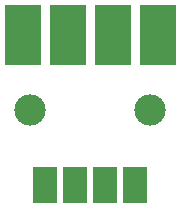
<source format=gts>
G04 (created by PCBNEW (2013-07-07 BZR 4022)-stable) date 11/9/2013 6:23:53 PM*
%MOIN*%
G04 Gerber Fmt 3.4, Leading zero omitted, Abs format*
%FSLAX34Y34*%
G01*
G70*
G90*
G04 APERTURE LIST*
%ADD10C,0.006*%
%ADD11C,0.104425*%
%ADD12R,0.0847402X0.12411*%
%ADD13R,0.12411X0.20285*%
G04 APERTURE END LIST*
G54D10*
G54D11*
X40000Y-18500D03*
X36000Y-18500D03*
G54D12*
X39500Y-21000D03*
X38500Y-21000D03*
X37500Y-21000D03*
X36500Y-21000D03*
G54D13*
X40250Y-16000D03*
X38750Y-16000D03*
X37250Y-16000D03*
X35750Y-16000D03*
M02*

</source>
